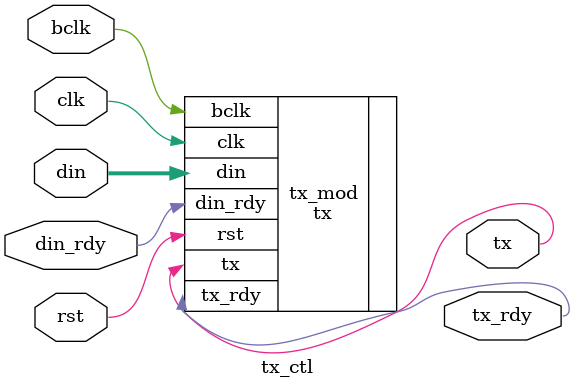
<source format=v>
module tx_ctl(
    input           clk,
    input           rst,

    input           bclk,
    input   [7:0]   din,
    input           din_rdy,

    output          tx,
    output          tx_rdy
);
/*
    reg wr = 0;
    reg rd = 0;
    reg was_din_rdy = 0;
    reg was_tx_rdy = 0;
    reg was_rd = 0;
    wire [7:0] fifo_dout;
    wire en;


    assign en = rd; // && !was_rd;

    always @(negedge clk or posedge rst) begin
        if (rst) begin
            wr <= 0;
            rd <= 0;
        end
        else begin
            wr <= din_rdy && !was_din_rdy && !fifo_full && !rd;
            rd <= tx_rdy && !was_rd && was_tx_rdy && !fifo_empty && !wr;
        end
    end

    always @(posedge clk or posedge rst) begin
        if (rst) begin
            was_din_rdy = 0;
            was_tx_rdy = 0;
            was_rd = 0;
        end
        else begin
            was_din_rdy = din_rdy;
            was_tx_rdy  = tx_rdy;
            was_rd      = rd;
        end
    end
*/
/*
    fifo tx_fifo(
        .clk(clk),
        .rst(rst),

        .rd (rd),
        .wr (wr),

        .din(din),

        .full (fifo_full),
        .empty(fifo_empty),
 
        .dout (fifo_dout)
    );
*/
    tx tx_mod(
        .clk(clk),
        .rst(rst),

        .bclk(bclk),
        /* Data to transmit. */
        //.din(fifo_dout),
        /* Data ready to transmit. */
        //.din_rdy(en),
        /* TX-pin */
        .din(din),
        .din_rdy(din_rdy),
        .tx(tx),
        /* Transmitter is ready ( 1 ), is busy ( 0 ). */
        .tx_rdy(tx_rdy)
    );


endmodule

</source>
